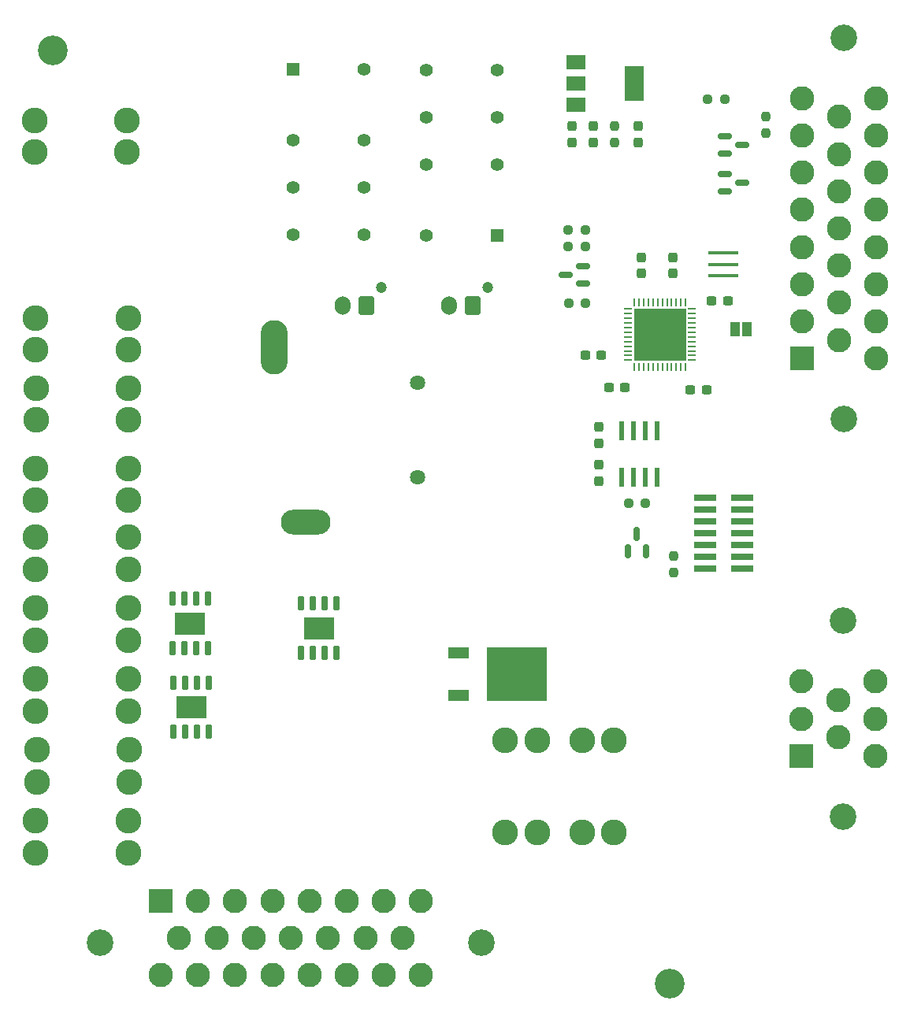
<source format=gbr>
%TF.GenerationSoftware,KiCad,Pcbnew,(6.0.1)*%
%TF.CreationDate,2022-02-14T12:03:47-05:00*%
%TF.ProjectId,rear-control-board,72656172-2d63-46f6-9e74-726f6c2d626f,rev?*%
%TF.SameCoordinates,Original*%
%TF.FileFunction,Soldermask,Top*%
%TF.FilePolarity,Negative*%
%FSLAX46Y46*%
G04 Gerber Fmt 4.6, Leading zero omitted, Abs format (unit mm)*
G04 Created by KiCad (PCBNEW (6.0.1)) date 2022-02-14 12:03:47*
%MOMM*%
%LPD*%
G01*
G04 APERTURE LIST*
G04 Aperture macros list*
%AMRoundRect*
0 Rectangle with rounded corners*
0 $1 Rounding radius*
0 $2 $3 $4 $5 $6 $7 $8 $9 X,Y pos of 4 corners*
0 Add a 4 corners polygon primitive as box body*
4,1,4,$2,$3,$4,$5,$6,$7,$8,$9,$2,$3,0*
0 Add four circle primitives for the rounded corners*
1,1,$1+$1,$2,$3*
1,1,$1+$1,$4,$5*
1,1,$1+$1,$6,$7*
1,1,$1+$1,$8,$9*
0 Add four rect primitives between the rounded corners*
20,1,$1+$1,$2,$3,$4,$5,0*
20,1,$1+$1,$4,$5,$6,$7,0*
20,1,$1+$1,$6,$7,$8,$9,0*
20,1,$1+$1,$8,$9,$2,$3,0*%
G04 Aperture macros list end*
%ADD10C,2.780000*%
%ADD11C,1.635000*%
%ADD12O,5.340000X2.670000*%
%ADD13O,2.925000X5.850000*%
%ADD14R,2.200000X1.200000*%
%ADD15R,6.400000X5.800000*%
%ADD16RoundRect,0.237500X-0.237500X0.287500X-0.237500X-0.287500X0.237500X-0.287500X0.237500X0.287500X0*%
%ADD17C,1.200000*%
%ADD18RoundRect,0.250000X0.600000X0.750000X-0.600000X0.750000X-0.600000X-0.750000X0.600000X-0.750000X0*%
%ADD19O,1.700000X2.000000*%
%ADD20RoundRect,0.062500X-0.062500X0.375000X-0.062500X-0.375000X0.062500X-0.375000X0.062500X0.375000X0*%
%ADD21RoundRect,0.062500X-0.375000X0.062500X-0.375000X-0.062500X0.375000X-0.062500X0.375000X0.062500X0*%
%ADD22R,5.600000X5.600000*%
%ADD23R,2.000000X1.500000*%
%ADD24R,2.000000X3.800000*%
%ADD25R,3.200000X0.400000*%
%ADD26R,1.400000X1.400000*%
%ADD27C,1.400000*%
%ADD28C,2.850000*%
%ADD29R,2.625000X2.625000*%
%ADD30C,2.625000*%
%ADD31RoundRect,0.237500X0.300000X0.237500X-0.300000X0.237500X-0.300000X-0.237500X0.300000X-0.237500X0*%
%ADD32RoundRect,0.237500X-0.300000X-0.237500X0.300000X-0.237500X0.300000X0.237500X-0.300000X0.237500X0*%
%ADD33RoundRect,0.237500X0.237500X-0.300000X0.237500X0.300000X-0.237500X0.300000X-0.237500X-0.300000X0*%
%ADD34RoundRect,0.237500X-0.250000X-0.237500X0.250000X-0.237500X0.250000X0.237500X-0.250000X0.237500X0*%
%ADD35RoundRect,0.237500X0.237500X-0.250000X0.237500X0.250000X-0.237500X0.250000X-0.237500X-0.250000X0*%
%ADD36RoundRect,0.237500X0.250000X0.237500X-0.250000X0.237500X-0.250000X-0.237500X0.250000X-0.237500X0*%
%ADD37RoundRect,0.041300X-0.253700X0.943700X-0.253700X-0.943700X0.253700X-0.943700X0.253700X0.943700X0*%
%ADD38R,2.400000X0.740000*%
%ADD39RoundRect,0.150000X-0.587500X-0.150000X0.587500X-0.150000X0.587500X0.150000X-0.587500X0.150000X0*%
%ADD40RoundRect,0.237500X-0.237500X0.250000X-0.237500X-0.250000X0.237500X-0.250000X0.237500X0.250000X0*%
%ADD41R,1.000000X1.500000*%
%ADD42C,3.200000*%
%ADD43RoundRect,0.150000X0.150000X-0.587500X0.150000X0.587500X-0.150000X0.587500X-0.150000X-0.587500X0*%
%ADD44RoundRect,0.237500X-0.237500X0.300000X-0.237500X-0.300000X0.237500X-0.300000X0.237500X0.300000X0*%
%ADD45RoundRect,0.150000X-0.150000X0.650000X-0.150000X-0.650000X0.150000X-0.650000X0.150000X0.650000X0*%
%ADD46R,3.200000X2.400000*%
%ADD47RoundRect,0.150000X0.587500X0.150000X-0.587500X0.150000X-0.587500X-0.150000X0.587500X-0.150000X0*%
G04 APERTURE END LIST*
D10*
%TO.C,F4*%
X82798000Y-81441500D03*
X82798000Y-78041500D03*
X92718000Y-78041500D03*
X92718000Y-81441500D03*
%TD*%
%TO.C,F3*%
X82798000Y-119365500D03*
X82798000Y-115965500D03*
X92718000Y-115965500D03*
X92718000Y-119365500D03*
%TD*%
%TO.C,F2*%
X82798000Y-96505500D03*
X82798000Y-93105500D03*
X92718000Y-96505500D03*
X92718000Y-93105500D03*
%TD*%
%TO.C,F10*%
X144907000Y-107301000D03*
X141507000Y-107301000D03*
X144907000Y-117221000D03*
X141507000Y-117221000D03*
%TD*%
%TO.C,F5*%
X82805000Y-72813000D03*
X82805000Y-69413000D03*
X92725000Y-69413000D03*
X92725000Y-72813000D03*
%TD*%
%TO.C,F9*%
X82798000Y-65320000D03*
X82798000Y-61920000D03*
X92718000Y-65320000D03*
X92718000Y-61920000D03*
%TD*%
%TO.C,F7*%
X82925000Y-108345500D03*
X82925000Y-111745500D03*
X92845000Y-111745500D03*
X92845000Y-108345500D03*
%TD*%
D11*
%TO.C,K1*%
X123849100Y-68871450D03*
X123849100Y-79031450D03*
D12*
X111839100Y-83811450D03*
D13*
X108409100Y-65061450D03*
%TD*%
D14*
%TO.C,D3*%
X128212000Y-97916000D03*
D15*
X134512000Y-100196000D03*
D14*
X128212000Y-102476000D03*
%TD*%
D16*
%TO.C,D1*%
X147525000Y-41268000D03*
X147525000Y-43018000D03*
%TD*%
D17*
%TO.C,J4*%
X119895000Y-58589000D03*
D18*
X118295000Y-60589000D03*
D19*
X115795000Y-60589000D03*
%TD*%
D20*
%TO.C,U1*%
X152623000Y-60244500D03*
X152123000Y-60244500D03*
X151623000Y-60244500D03*
X151123000Y-60244500D03*
X150623000Y-60244500D03*
X150123000Y-60244500D03*
X149623000Y-60244500D03*
X149123000Y-60244500D03*
X148623000Y-60244500D03*
X148123000Y-60244500D03*
X147623000Y-60244500D03*
X147123000Y-60244500D03*
D21*
X146435500Y-60932000D03*
X146435500Y-61432000D03*
X146435500Y-61932000D03*
X146435500Y-62432000D03*
X146435500Y-62932000D03*
X146435500Y-63432000D03*
X146435500Y-63932000D03*
X146435500Y-64432000D03*
X146435500Y-64932000D03*
X146435500Y-65432000D03*
X146435500Y-65932000D03*
X146435500Y-66432000D03*
D20*
X147123000Y-67119500D03*
X147623000Y-67119500D03*
X148123000Y-67119500D03*
X148623000Y-67119500D03*
X149123000Y-67119500D03*
X149623000Y-67119500D03*
X150123000Y-67119500D03*
X150623000Y-67119500D03*
X151123000Y-67119500D03*
X151623000Y-67119500D03*
X152123000Y-67119500D03*
X152623000Y-67119500D03*
D21*
X153310500Y-66432000D03*
X153310500Y-65932000D03*
X153310500Y-65432000D03*
X153310500Y-64932000D03*
X153310500Y-64432000D03*
X153310500Y-63932000D03*
X153310500Y-63432000D03*
X153310500Y-62932000D03*
X153310500Y-62432000D03*
X153310500Y-61932000D03*
X153310500Y-61432000D03*
X153310500Y-60932000D03*
D22*
X149873000Y-63682000D03*
%TD*%
D23*
%TO.C,U3*%
X140819000Y-34396000D03*
X140819000Y-36696000D03*
D24*
X147119000Y-36696000D03*
D23*
X140819000Y-38996000D03*
%TD*%
D25*
%TO.C,Y1*%
X156669000Y-57327000D03*
X156669000Y-56127000D03*
X156669000Y-54927000D03*
%TD*%
D26*
%TO.C,K2*%
X110456500Y-35199000D03*
D27*
X110456500Y-42819000D03*
X110456500Y-47899000D03*
X110456500Y-52979000D03*
X118076500Y-52979000D03*
X118076500Y-47899000D03*
X118076500Y-42819000D03*
X118076500Y-35199000D03*
%TD*%
D10*
%TO.C,F1*%
X82671000Y-40654500D03*
X82671000Y-44054500D03*
X92591000Y-40654500D03*
X92591000Y-44054500D03*
%TD*%
%TO.C,F6*%
X82798000Y-100725500D03*
X82798000Y-104125500D03*
X92718000Y-100725500D03*
X92718000Y-104125500D03*
%TD*%
D28*
%TO.C,J3*%
X169546000Y-115465500D03*
X169546000Y-94465500D03*
D29*
X165046000Y-108965500D03*
D30*
X165046000Y-104965500D03*
X165046000Y-100965500D03*
X169046000Y-106965500D03*
X169046000Y-102965500D03*
X173046000Y-108965500D03*
X173046000Y-104965500D03*
X173046000Y-100965500D03*
%TD*%
D10*
%TO.C,F11*%
X136652000Y-107301000D03*
X133252000Y-107301000D03*
X133252000Y-117221000D03*
X136652000Y-117221000D03*
%TD*%
%TO.C,F8*%
X82798000Y-88885500D03*
X82798000Y-85485500D03*
X92718000Y-88885500D03*
X92718000Y-85485500D03*
%TD*%
D31*
%TO.C,C9*%
X154864500Y-69589000D03*
X153139500Y-69589000D03*
%TD*%
D32*
%TO.C,C10*%
X155425500Y-60064000D03*
X157150500Y-60064000D03*
%TD*%
D31*
%TO.C,C11*%
X146101500Y-69335000D03*
X144376500Y-69335000D03*
%TD*%
D33*
%TO.C,C12*%
X143334000Y-75342500D03*
X143334000Y-73617500D03*
%TD*%
D34*
%TO.C,R3*%
X140057000Y-60318000D03*
X141882000Y-60318000D03*
%TD*%
D35*
%TO.C,R2*%
X144985000Y-43069500D03*
X144985000Y-41244500D03*
%TD*%
D33*
%TO.C,C5*%
X151233400Y-57091100D03*
X151233400Y-55366100D03*
%TD*%
%TO.C,C7*%
X147906000Y-57091100D03*
X147906000Y-55366100D03*
%TD*%
D31*
%TO.C,C4*%
X143561500Y-65906000D03*
X141836500Y-65906000D03*
%TD*%
D34*
%TO.C,R5*%
X140033500Y-54222000D03*
X141858500Y-54222000D03*
%TD*%
D36*
%TO.C,R6*%
X148310500Y-81846000D03*
X146485500Y-81846000D03*
%TD*%
D37*
%TO.C,U4*%
X149557000Y-74037000D03*
X148287000Y-74037000D03*
X147017000Y-74037000D03*
X145747000Y-74037000D03*
X145747000Y-78987000D03*
X147017000Y-78987000D03*
X148287000Y-78987000D03*
X149557000Y-78987000D03*
%TD*%
D38*
%TO.C,J6*%
X154769000Y-81216500D03*
X158669000Y-81216500D03*
X154769000Y-82486500D03*
X158669000Y-82486500D03*
X154769000Y-83756500D03*
X158669000Y-83756500D03*
X154769000Y-85026500D03*
X158669000Y-85026500D03*
X154769000Y-86296500D03*
X158669000Y-86296500D03*
X154769000Y-87566500D03*
X158669000Y-87566500D03*
X154769000Y-88836500D03*
X158669000Y-88836500D03*
%TD*%
D17*
%TO.C,J5*%
X131325000Y-58589000D03*
D18*
X129725000Y-60589000D03*
D19*
X127225000Y-60589000D03*
%TD*%
D28*
%TO.C,J2*%
X169617500Y-72760500D03*
X169617500Y-31760500D03*
D29*
X165117500Y-66260500D03*
D30*
X165117500Y-62260500D03*
X165117500Y-58260500D03*
X165117500Y-54260500D03*
X165117500Y-50260500D03*
X165117500Y-46260500D03*
X165117500Y-42260500D03*
X165117500Y-38260500D03*
X169117500Y-64260500D03*
X169117500Y-60260500D03*
X169117500Y-56260500D03*
X169117500Y-52260500D03*
X169117500Y-48260500D03*
X169117500Y-44260500D03*
X169117500Y-40260500D03*
X173117500Y-66260500D03*
X173117500Y-62260500D03*
X173117500Y-58260500D03*
X173117500Y-54260500D03*
X173117500Y-50260500D03*
X173117500Y-46260500D03*
X173117500Y-42260500D03*
X173117500Y-38260500D03*
%TD*%
D39*
%TO.C,D8*%
X156874500Y-46414000D03*
X156874500Y-48314000D03*
X158749500Y-47364000D03*
%TD*%
D40*
%TO.C,R7*%
X161241000Y-40228500D03*
X161241000Y-42053500D03*
%TD*%
D41*
%TO.C,JP1*%
X159224000Y-63112000D03*
X157924000Y-63112000D03*
%TD*%
D42*
%TO.C,H1*%
X150954000Y-133470000D03*
%TD*%
D43*
%TO.C,D9*%
X146448000Y-86974500D03*
X148348000Y-86974500D03*
X147398000Y-85099500D03*
%TD*%
D42*
%TO.C,H2*%
X84583000Y-33083500D03*
%TD*%
D44*
%TO.C,C6*%
X142699000Y-41294500D03*
X142699000Y-43019500D03*
%TD*%
D28*
%TO.C,J1*%
X89705000Y-129024500D03*
X130705000Y-129024500D03*
D29*
X96205000Y-124524500D03*
D30*
X100205000Y-124524500D03*
X104205000Y-124524500D03*
X108205000Y-124524500D03*
X112205000Y-124524500D03*
X116205000Y-124524500D03*
X120205000Y-124524500D03*
X124205000Y-124524500D03*
X98205000Y-128524500D03*
X102205000Y-128524500D03*
X106205000Y-128524500D03*
X110205000Y-128524500D03*
X114205000Y-128524500D03*
X118205000Y-128524500D03*
X122205000Y-128524500D03*
X96205000Y-132524500D03*
X100205000Y-132524500D03*
X104205000Y-132524500D03*
X108205000Y-132524500D03*
X112205000Y-132524500D03*
X116205000Y-132524500D03*
X120205000Y-132524500D03*
X124205000Y-132524500D03*
%TD*%
D36*
%TO.C,R4*%
X156819500Y-38347000D03*
X154994500Y-38347000D03*
%TD*%
D45*
%TO.C,U6*%
X101424000Y-101102000D03*
X100154000Y-101102000D03*
X98884000Y-101102000D03*
X97614000Y-101102000D03*
X97614000Y-106402000D03*
X98884000Y-106402000D03*
X100154000Y-106402000D03*
X101424000Y-106402000D03*
D46*
X99519000Y-103752000D03*
%TD*%
D26*
%TO.C,K3*%
X132364500Y-53046500D03*
D27*
X132364500Y-45426500D03*
X132364500Y-40346500D03*
X132364500Y-35266500D03*
X124744500Y-35266500D03*
X124744500Y-40346500D03*
X124744500Y-45426500D03*
X124744500Y-53046500D03*
%TD*%
D39*
%TO.C,D7*%
X156874500Y-42350000D03*
X156874500Y-44250000D03*
X158749500Y-43300000D03*
%TD*%
D45*
%TO.C,U5*%
X101297000Y-92085000D03*
X100027000Y-92085000D03*
X98757000Y-92085000D03*
X97487000Y-92085000D03*
X97487000Y-97385000D03*
X98757000Y-97385000D03*
X100027000Y-97385000D03*
X101297000Y-97385000D03*
D46*
X99392000Y-94735000D03*
%TD*%
D45*
%TO.C,U7*%
X115140000Y-92593000D03*
X113870000Y-92593000D03*
X112600000Y-92593000D03*
X111330000Y-92593000D03*
X111330000Y-97893000D03*
X112600000Y-97893000D03*
X113870000Y-97893000D03*
X115140000Y-97893000D03*
D46*
X113235000Y-95243000D03*
%TD*%
D36*
%TO.C,R8*%
X141858500Y-52444000D03*
X140033500Y-52444000D03*
%TD*%
D44*
%TO.C,C8*%
X143334000Y-77681500D03*
X143334000Y-79406500D03*
%TD*%
D35*
%TO.C,R10*%
X151335000Y-89297500D03*
X151335000Y-87472500D03*
%TD*%
D47*
%TO.C,D6*%
X141604500Y-58220000D03*
X141604500Y-56320000D03*
X139729500Y-57270000D03*
%TD*%
D44*
%TO.C,C1*%
X140413000Y-41294500D03*
X140413000Y-43019500D03*
%TD*%
M02*

</source>
